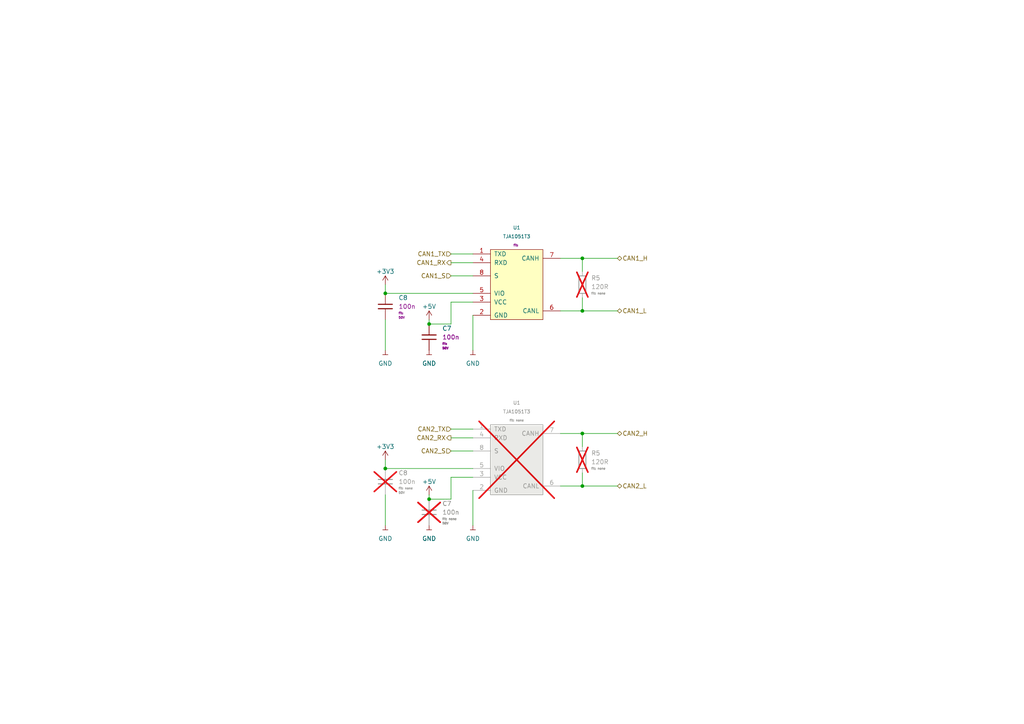
<source format=kicad_sch>
(kicad_sch (version 20230121) (generator eeschema)
  (paper "A4")
  (lib_symbols
    (symbol "Cap_10Percent_E24_0603_X7R_50V_-40C-125C:100n_0603_X7R_10%_50V_-40C..125C_Chip-Capacitor" (pin_numbers hide) (pin_names (offset 0.254))
      (property "Reference" "C" (at 0.635 2.54 0))
      (property "DisplayValue" "100n" (at 0.635 -2.54 0))
      (property "Fit" "fit: " (at 7.62 -3.81 0))
      (property "CapRatedVoltage" "50V" (at 0 0 0))
      (symbol "100n_0603_X7R_10%_50V_-40C..125C_Chip-Capacitor_0_1"
        (polyline (pts (xy -2.032 -0.635) (xy 2.032 -0.635)) (stroke (width 0.3048)))
        (polyline (pts (xy -2.032 0.635) (xy 2.032 0.635)) (stroke (width 0.3048)))
      )
      (symbol "100n_0603_X7R_10%_50V_-40C..125C_Chip-Capacitor_1_1"
        (pin passive line (at 0 3.81 270) (length 3.2004) (name "~") (number "1"))
        (pin passive line (at 0 -3.81 90) (length 2.9972) (name "~") (number "2"))
      )
    )
    (symbol "Res_1Percent_E24_0805_125mW_-40C-90C:120R_0805_125mW_1%_E24_Chip-Resistor" (pin_numbers hide) (pin_names (offset 0))
      (property "Reference" "R" (at 2.032 0 90))
      (property "DisplayValue" "120R" (at -0.0254 -0.0508 90))
      (property "Fit" "fit: " (at 7.62 -3.81 0))
      (symbol "120R_0805_125mW_1%_E24_Chip-Resistor_0_1"
        (rectangle (start -1.016 -2.54) (end 1.016 2.54) (stroke (width 0.254)))
      )
      (symbol "120R_0805_125mW_1%_E24_Chip-Resistor_1_1"
        (pin passive line (at 0 3.81 270) (length 1.27) (name "~") (number "1"))
        (pin passive line (at 0 -3.81 90) (length 1.27) (name "~") (number "2"))
      )
    )
    (symbol "nxp:TJA1051T3" (pin_names (offset 1.016))
      (property "Reference" "U" (at 0 -11.43 0))
      (property "Value" "TJA1051T3" (at 0 11.43 0))
      (property "Fit" "fit: " (at 0 0 0))
      (symbol "TJA1051T3_0_1"
        (rectangle (start -7.62 10.16) (end 7.62 -10.16) (fill (type background)))
      )
      (symbol "TJA1051T3_1_1"
        (pin input line (at -12.7 8.89 0) (length 5.08) (name "TXD") (number "1"))
        (pin power_in line (at -12.7 -8.89 0) (length 5.08) (name "GND") (number "2"))
        (pin power_in line (at -12.7 -5.08 0) (length 5.08) (name "VCC") (number "3"))
        (pin output line (at -12.7 6.35 0) (length 5.08) (name "RXD") (number "4"))
        (pin power_in line (at -12.7 -2.54 0) (length 5.08) (name "VIO") (number "5"))
        (pin open_collector line (at 12.7 -7.62 180) (length 5.08) (name "CANL") (number "6"))
        (pin open_emitter line (at 12.7 7.62 180) (length 5.08) (name "CANH") (number "7"))
        (pin input line (at -12.7 2.54 0) (length 5.08) (name "S") (number "8"))
      )
    )
    (symbol "powerport:+3V3" (power) (pin_names (offset 0))
      (property "Value" "+3V3" (at 0 3.556 0))
      (symbol "+3V3_0_1"
        (polyline (pts (xy -0.762 1.27) (xy 0 2.54)))
        (polyline (pts (xy 0 0) (xy 0 2.54)))
        (polyline (pts (xy 0 2.54) (xy 0.762 1.27)))
      )
      (symbol "+3V3_1_1"
        (pin power_in line (at 0 0 90) (length 0) hide (name "+3V3") (number "1"))
      )
    )
    (symbol "powerport:+5V" (power) (pin_names (offset 0))
      (property "Value" "+5V" (at 0 3.556 0))
      (symbol "+5V_0_1"
        (polyline (pts (xy -0.762 1.27) (xy 0 2.54)))
        (polyline (pts (xy 0 0) (xy 0 2.54)))
        (polyline (pts (xy 0 2.54) (xy 0.762 1.27)))
      )
      (symbol "+5V_1_1"
        (pin power_in line (at 0 0 90) (length 0) hide (name "+5V") (number "1"))
      )
    )
    (symbol "powerport:GND" (power) (pin_names (offset 0))
      (property "Value" "GND" (at 0 -2.54 0))
      (symbol "GND_0_1"
        (polyline (pts (xy -0.762 -1.27) (xy 0.762 -1.27)))
        (polyline (pts (xy 0 0) (xy 0 -1.27)))
      )
      (symbol "GND_1_1"
        (pin power_in line (at 0 0 270) (length 0) hide (name "GND") (number "1"))
      )
    )
  )
  (junction (at 111.76 85.09))
  (junction (at 168.91 74.93))
  (junction (at 168.91 90.17))
  (junction (at 111.76 135.89))
  (junction (at 124.46 93.98))
  (junction (at 168.91 125.73))
  (junction (at 168.91 140.97))
  (junction (at 124.46 144.78))
  (wire (pts (xy 137.16 142.24) (xy 137.16 152.4)))
  (wire (pts (xy 137.16 91.44) (xy 137.16 101.6)))
  (wire (pts (xy 111.76 143.51) (xy 111.76 152.4)))
  (wire (pts (xy 168.91 74.93) (xy 168.91 78.74)))
  (wire (pts (xy 130.81 144.78) (xy 130.81 138.43)))
  (wire (pts (xy 168.91 86.36) (xy 168.91 90.17)))
  (wire (pts (xy 111.76 133.35) (xy 111.76 135.89)))
  (wire (pts (xy 111.76 92.71) (xy 111.76 101.6)))
  (wire (pts (xy 124.46 93.98) (xy 130.81 93.98)))
  (wire (pts (xy 162.56 125.73) (xy 168.91 125.73)))
  (wire (pts (xy 130.81 73.66) (xy 137.16 73.66)))
  (wire (pts (xy 168.91 140.97) (xy 179.07 140.97)))
  (wire (pts (xy 168.91 137.16) (xy 168.91 140.97)))
  (wire (pts (xy 130.81 127) (xy 137.16 127)))
  (wire (pts (xy 111.76 135.89) (xy 137.16 135.89)))
  (wire (pts (xy 130.81 87.63) (xy 137.16 87.63)))
  (wire (pts (xy 124.46 143.51) (xy 124.46 144.78)))
  (wire (pts (xy 130.81 93.98) (xy 130.81 87.63)))
  (wire (pts (xy 162.56 74.93) (xy 168.91 74.93)))
  (wire (pts (xy 168.91 125.73) (xy 168.91 129.54)))
  (wire (pts (xy 111.76 82.55) (xy 111.76 85.09)))
  (wire (pts (xy 168.91 125.73) (xy 179.07 125.73)))
  (wire (pts (xy 130.81 76.2) (xy 137.16 76.2)))
  (wire (pts (xy 168.91 140.97) (xy 162.56 140.97)))
  (wire (pts (xy 168.91 74.93) (xy 179.07 74.93)))
  (wire (pts (xy 168.91 90.17) (xy 162.56 90.17)))
  (wire (pts (xy 130.81 80.01) (xy 137.16 80.01)))
  (wire (pts (xy 111.76 85.09) (xy 137.16 85.09)))
  (wire (pts (xy 124.46 144.78) (xy 130.81 144.78)))
  (wire (pts (xy 130.81 130.81) (xy 137.16 130.81)))
  (wire (pts (xy 124.46 92.71) (xy 124.46 93.98)))
  (wire (pts (xy 130.81 138.43) (xy 137.16 138.43)))
  (wire (pts (xy 168.91 90.17) (xy 179.07 90.17)))
  (wire (pts (xy 130.81 124.46) (xy 137.16 124.46)))
  (hierarchical_label "CAN1_S" (shape input) (at 130.81 80.01 180))
  (hierarchical_label "CAN2_L" (shape bidirectional) (at 179.07 140.97 0))
  (hierarchical_label "CAN2_S" (shape input) (at 130.81 130.81 180))
  (hierarchical_label "CAN1_L" (shape bidirectional) (at 179.07 90.17 0))
  (hierarchical_label "CAN1_H" (shape bidirectional) (at 179.07 74.93 0))
  (hierarchical_label "CAN1_RX" (shape output) (at 130.81 76.2 180))
  (hierarchical_label "CAN2_TX" (shape input) (at 130.81 124.46 180))
  (hierarchical_label "CAN1_TX" (shape input) (at 130.81 73.66 180))
  (hierarchical_label "CAN2_H" (shape bidirectional) (at 179.07 125.73 0))
  (hierarchical_label "CAN2_RX" (shape output) (at 130.81 127 180))
  (symbol (lib_id "powerport:GND") (at 124.46 101.6 0) (unit 1)
    (property "Reference" "#PWR018" (effects hide))
    (property "Value" "GND" (at 124.46 105.41 0))
    (instances (project "candleLightfd-S01" (path "" (reference "#PWR018") (unit 1)) (path "" (reference "#PWR035") (unit 1))))
  )
  (symbol (lib_id "nxp:TJA1051T3") (at 149.86 133.35 0) (unit 1) (dnp yes)
    (property "Reference" "U1" (at 149.86 116.84 0) (effects (font (size 0.9906 0.9906))))
    (property "Value" "TJA1051T3" (at 149.86 119.38 0) (effects (font (size 0.9906 0.9906))))
    (property "Footprint" "tssop:SOIC-8_3.90mmx4.90mm_Pitch1.27mm" (effects hide))
    (property "Datasheet" "$PTX_DATASHEETS/datasheets/CAN/NXP-TJA1051-rev09.pdf" (effects hide))
    (property "Fit" "fit: none" (at 149.86 121.92 0) (effects (font (size 0.635 0.635))))
    (property "State" "reviewed" (effects hide))
    (property "Manufacturer" "NXP" (effects hide))
    (property "MPN" "TJA1051T/3" (effects hide))
    (property "Package" "SOIC-8_3.90mmx4.90mm_Pitch1.27mm" (effects hide))
    (instances (project "candleLightfd-S01" (path "" (reference "U1") (unit 1)) (path "" (reference "U4") (unit 1))))
  )
  (symbol (lib_id "Cap_10Percent_E24_0603_X7R_50V_-40C-125C:100n_0603_X7R_10%_50V_-40C..125C_Chip-Capacitor") (at 111.76 88.9 0) (unit 1)
    (property "Reference" "C8" (at 115.57 86.3727 0) (effects (justify left)))
    (property "Value" "100n_0603_X7R_10%_50V_-40C..125C_Chip-Capacitor" (effects hide))
    (property "Footprint" "Capacitors_SMD:C_0603" (effects hide))
    (property "MPN" "any" (effects hide))
    (property "Manufacturer" "any" (effects hide))
    (property "DisplayValue" "100n" (at 115.57 88.9127 0) (effects (justify left)))
    (property "Fit" "fit: " (at 115.57 90.8177 0) (effects (font (size 0.635 0.635)) (justify left)))
    (property "State" "legacy" (effects hide))
    (property "CapRatedVoltage" "50V" (at 115.57 92.0877 0) (effects (font (size 0.635 0.635)) (justify left)))
    (property "Package" "0603" (effects hide))
  )
  (symbol (lib_id "powerport:+5V") (at 124.46 143.51 0) (unit 1)
    (property "Reference" "#PWR016" (effects hide))
    (property "Value" "+5V" (at 124.46 139.7 0))
    (instances (project "candleLightfd-S01" (path "" (reference "#PWR016") (unit 1)) (path "" (reference "#PWR036") (unit 1))))
  )
  (symbol (lib_id "powerport:GND") (at 124.46 152.4 0) (unit 1)
    (property "Reference" "#PWR018" (effects hide))
    (property "Value" "GND" (at 124.46 156.21 0))
    (instances (project "candleLightfd-S01" (path "" (reference "#PWR018") (unit 1)) (path "" (reference "#PWR037") (unit 1))))
  )
  (symbol (lib_id "powerport:GND") (at 137.16 152.4 0) (unit 1)
    (property "Reference" "#PWR018" (effects hide))
    (property "Value" "GND" (at 137.16 156.21 0))
    (instances (project "candleLightfd-S01" (path "" (reference "#PWR018") (unit 1)) (path "" (reference "#PWR039") (unit 1))))
  )
  (symbol (lib_id "powerport:+3V3") (at 111.76 82.55 0) (unit 1)
    (property "Reference" "#PWR015" (effects hide))
    (property "Value" "+3V3" (at 111.76 78.74 0))
    (instances (project "candleLightfd-S01" (path "" (reference "#PWR015") (unit 1)) (path "" (reference "#PWR030") (unit 1))))
  )
  (symbol (lib_id "powerport:GND") (at 137.16 101.6 0) (unit 1)
    (property "Reference" "#PWR018" (effects hide))
    (property "Value" "GND" (at 137.16 105.41 0))
    (instances (project "candleLightfd-S01" (path "" (reference "#PWR018") (unit 1)) (path "" (reference "#PWR038") (unit 1))))
  )
  (symbol (lib_id "powerport:GND") (at 111.76 101.6 0) (unit 1)
    (property "Reference" "#PWR017" (effects hide))
    (property "Value" "GND" (at 111.76 105.41 0))
    (instances (project "candleLightfd-S01" (path "" (reference "#PWR017") (unit 1)) (path "" (reference "#PWR031") (unit 1))))
  )
  (symbol (lib_id "powerport:+3V3") (at 111.76 133.35 0) (unit 1)
    (property "Reference" "#PWR015" (effects hide))
    (property "Value" "+3V3" (at 111.76 129.54 0))
    (instances (project "candleLightfd-S01" (path "" (reference "#PWR015") (unit 1)) (path "" (reference "#PWR032") (unit 1))))
  )
  (symbol (lib_id "Res_1Percent_E24_0805_125mW_-40C-90C:120R_0805_125mW_1%_E24_Chip-Resistor") (at 168.91 82.55 0) (unit 1) (dnp yes)
    (property "Reference" "R5" (at 171.45 80.645 0) (effects (justify left)))
    (property "Value" "120R_0805_125mW_1%_E24_Chip-Resistor" (effects hide))
    (property "Footprint" "Resistors_SMD:R_0805" (effects hide))
    (property "MPN" "any" (effects hide))
    (property "Manufacturer" "any" (effects hide))
    (property "DisplayValue" "120R" (at 171.45 83.185 0) (effects (justify left)))
    (property "Package" "0805" (effects hide))
    (property "Fit" "fit: none" (at 171.45 85.09 0) (effects (font (size 0.635 0.635)) (justify left)))
    (property "State" "legacy" (effects hide))
    (instances (project "candleLightfd-S01" (path "" (reference "R5") (unit 1)) (path "" (reference "R7") (unit 1))))
  )
  (symbol (lib_id "Res_1Percent_E24_0805_125mW_-40C-90C:120R_0805_125mW_1%_E24_Chip-Resistor") (at 168.91 133.35 0) (unit 1) (dnp yes)
    (property "Reference" "R5" (at 171.45 131.445 0) (effects (justify left)))
    (property "Value" "120R_0805_125mW_1%_E24_Chip-Resistor" (effects hide))
    (property "Footprint" "Resistors_SMD:R_0805" (effects hide))
    (property "MPN" "any" (effects hide))
    (property "Manufacturer" "any" (effects hide))
    (property "DisplayValue" "120R" (at 171.45 133.985 0) (effects (justify left)))
    (property "Package" "0805" (effects hide))
    (property "Fit" "fit: none" (at 171.45 135.89 0) (effects (font (size 0.635 0.635)) (justify left)))
    (property "State" "legacy" (effects hide))
    (instances (project "candleLightfd-S01" (path "" (reference "R5") (unit 1)) (path "" (reference "R8") (unit 1))))
  )
  (symbol (lib_id "Cap_10Percent_E24_0603_X7R_50V_-40C-125C:100n_0603_X7R_10%_50V_-40C..125C_Chip-Capacitor") (at 111.76 139.7 0) (unit 1) (dnp yes)
    (property "Reference" "C8" (at 115.57 137.1727 0) (effects (justify left)))
    (property "Value" "100n_0603_X7R_10%_50V_-40C..125C_Chip-Capacitor" (effects hide))
    (property "Footprint" "Capacitors_SMD:C_0603" (effects hide))
    (property "MPN" "any" (effects hide))
    (property "Manufacturer" "any" (effects hide))
    (property "DisplayValue" "100n" (at 115.57 139.7127 0) (effects (justify left)))
    (property "Fit" "fit: none" (at 115.57 141.6177 0) (effects (font (size 0.635 0.635)) (justify left)))
    (property "State" "legacy" (effects hide))
    (property "CapRatedVoltage" "50V" (at 115.57 142.8877 0) (effects (font (size 0.635 0.635)) (justify left)))
    (property "Package" "0603" (effects hide))
    (instances (project "candleLightfd-S01" (path "" (reference "C8") (unit 1)) (path "" (reference "C9") (unit 1))))
  )
  (symbol (lib_id "powerport:+5V") (at 124.46 92.71 0) (unit 1)
    (property "Reference" "#PWR016" (effects hide))
    (property "Value" "+5V" (at 124.46 88.9 0))
    (instances (project "candleLightfd-S01" (path "" (reference "#PWR016") (unit 1)) (path "" (reference "#PWR034") (unit 1))))
  )
  (symbol (lib_id "powerport:GND") (at 111.76 152.4 0) (unit 1)
    (property "Reference" "#PWR017" (effects hide))
    (property "Value" "GND" (at 111.76 156.21 0))
    (instances (project "candleLightfd-S01" (path "" (reference "#PWR017") (unit 1)) (path "" (reference "#PWR033") (unit 1))))
  )
  (symbol (lib_id "nxp:TJA1051T3") (at 149.86 82.55 0) (unit 1)
    (property "Reference" "U1" (at 149.86 66.04 0) (effects (font (size 0.9906 0.9906))))
    (property "Value" "TJA1051T3" (at 149.86 68.58 0) (effects (font (size 0.9906 0.9906))))
    (property "Footprint" "tssop:SOIC-8_3.90mmx4.90mm_Pitch1.27mm" (effects hide))
    (property "Datasheet" "$PTX_DATASHEETS/datasheets/CAN/NXP-TJA1051-rev09.pdf" (effects hide))
    (property "Fit" "fit: " (at 149.86 71.12 0) (effects (font (size 0.635 0.635))))
    (property "State" "reviewed" (effects hide))
    (property "Manufacturer" "NXP" (effects hide))
    (property "MPN" "TJA1051T/3" (effects hide))
    (property "Package" "SOIC-8_3.90mmx4.90mm_Pitch1.27mm" (effects hide))
    (instances (project "candleLightfd-S01" (path "" (reference "U1") (unit 1)) (path "" (reference "U3") (unit 1))))
  )
  (symbol (lib_id "Cap_10Percent_E24_0603_X7R_50V_-40C-125C:100n_0603_X7R_10%_50V_-40C..125C_Chip-Capacitor") (at 124.46 148.59 0) (unit 1) (dnp yes)
    (property "Reference" "C7" (at 128.27 146.0627 0) (effects (justify left)))
    (property "Value" "100n_0603_X7R_10%_50V_-40C..125C_Chip-Capacitor" (effects hide))
    (property "Footprint" "Capacitors_SMD:C_0603" (effects hide))
    (property "MPN" "any" (effects hide))
    (property "Manufacturer" "any" (effects hide))
    (property "DisplayValue" "100n" (at 128.27 148.6027 0) (effects (justify left)))
    (property "Fit" "fit: none" (at 128.27 150.5077 0) (effects (font (size 0.635 0.635)) (justify left)))
    (property "State" "legacy" (effects hide))
    (property "CapRatedVoltage" "50V" (at 128.27 151.7777 0) (effects (font (size 0.635 0.635)) (justify left)))
    (property "Package" "0603" (effects hide))
    (instances (project "candleLightfd-S01" (path "" (reference "C7") (unit 1)) (path "" (reference "C11") (unit 1))))
  )
  (symbol (lib_id "Cap_10Percent_E24_0603_X7R_50V_-40C-125C:100n_0603_X7R_10%_50V_-40C..125C_Chip-Capacitor") (at 124.46 97.79 0) (unit 1)
    (property "Reference" "C7" (at 128.27 95.2627 0) (effects (justify left)))
    (property "Value" "100n_0603_X7R_10%_50V_-40C..125C_Chip-Capacitor" (effects hide))
    (property "Footprint" "Capacitors_SMD:C_0603" (effects hide))
    (property "MPN" "any" (effects hide))
    (property "Manufacturer" "any" (effects hide))
    (property "DisplayValue" "100n" (at 128.27 97.8027 0) (effects (justify left)))
    (property "Fit" "fit: " (at 128.27 99.7077 0) (effects (font (size 0.635 0.635)) (justify left)))
    (property "State" "legacy" (effects hide))
    (property "CapRatedVoltage" "50V" (at 128.27 100.9777 0) (effects (font (size 0.635 0.635)) (justify left)))
    (property "Package" "0603" (effects hide))
    (instances (project "candleLightfd-S01" (path "" (reference "C7") (unit 1)) (path "" (reference "C10") (unit 1))))
  )
)
</source>
